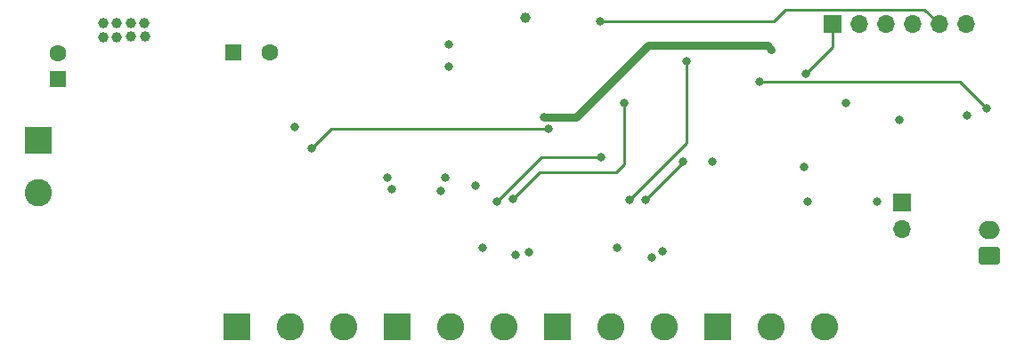
<source format=gbr>
%TF.GenerationSoftware,KiCad,Pcbnew,(6.0.8)*%
%TF.CreationDate,2022-10-05T23:25:23+02:00*%
%TF.ProjectId,DMX_ControllerBoard,444d585f-436f-46e7-9472-6f6c6c657242,rev?*%
%TF.SameCoordinates,Original*%
%TF.FileFunction,Copper,L4,Bot*%
%TF.FilePolarity,Positive*%
%FSLAX46Y46*%
G04 Gerber Fmt 4.6, Leading zero omitted, Abs format (unit mm)*
G04 Created by KiCad (PCBNEW (6.0.8)) date 2022-10-05 23:25:23*
%MOMM*%
%LPD*%
G01*
G04 APERTURE LIST*
G04 Aperture macros list*
%AMRoundRect*
0 Rectangle with rounded corners*
0 $1 Rounding radius*
0 $2 $3 $4 $5 $6 $7 $8 $9 X,Y pos of 4 corners*
0 Add a 4 corners polygon primitive as box body*
4,1,4,$2,$3,$4,$5,$6,$7,$8,$9,$2,$3,0*
0 Add four circle primitives for the rounded corners*
1,1,$1+$1,$2,$3*
1,1,$1+$1,$4,$5*
1,1,$1+$1,$6,$7*
1,1,$1+$1,$8,$9*
0 Add four rect primitives between the rounded corners*
20,1,$1+$1,$2,$3,$4,$5,0*
20,1,$1+$1,$4,$5,$6,$7,0*
20,1,$1+$1,$6,$7,$8,$9,0*
20,1,$1+$1,$8,$9,$2,$3,0*%
G04 Aperture macros list end*
%TA.AperFunction,ComponentPad*%
%ADD10R,1.600000X1.600000*%
%TD*%
%TA.AperFunction,ComponentPad*%
%ADD11C,1.600000*%
%TD*%
%TA.AperFunction,ComponentPad*%
%ADD12R,2.600000X2.600000*%
%TD*%
%TA.AperFunction,ComponentPad*%
%ADD13C,2.600000*%
%TD*%
%TA.AperFunction,ComponentPad*%
%ADD14RoundRect,0.250000X0.750000X-0.600000X0.750000X0.600000X-0.750000X0.600000X-0.750000X-0.600000X0*%
%TD*%
%TA.AperFunction,ComponentPad*%
%ADD15O,2.000000X1.700000*%
%TD*%
%TA.AperFunction,ComponentPad*%
%ADD16R,1.700000X1.700000*%
%TD*%
%TA.AperFunction,ComponentPad*%
%ADD17O,1.700000X1.700000*%
%TD*%
%TA.AperFunction,ViaPad*%
%ADD18C,0.800000*%
%TD*%
%TA.AperFunction,ViaPad*%
%ADD19C,1.000000*%
%TD*%
%TA.AperFunction,Conductor*%
%ADD20C,0.750000*%
%TD*%
%TA.AperFunction,Conductor*%
%ADD21C,0.250000*%
%TD*%
G04 APERTURE END LIST*
D10*
%TO.P,C8,1*%
%TO.N,VCC*%
X27114500Y-27114500D03*
D11*
%TO.P,C8,2*%
%TO.N,GND*%
X27114500Y-24614500D03*
%TD*%
D10*
%TO.P,C12,1*%
%TO.N,+5V*%
X43751500Y-24511000D03*
D11*
%TO.P,C12,2*%
%TO.N,GND*%
X47251500Y-24511000D03*
%TD*%
D12*
%TO.P,J3,1,Pin_1*%
%TO.N,GND*%
X25209500Y-32956500D03*
D13*
%TO.P,J3,2,Pin_2*%
%TO.N,VCC*%
X25209500Y-37956500D03*
%TD*%
D14*
%TO.P,J5,1,Pin_1*%
%TO.N,Net-(J5-Pad1)*%
X115684300Y-43954700D03*
D15*
%TO.P,J5,2,Pin_2*%
%TO.N,Net-(J5-Pad2)*%
X115684300Y-41454700D03*
%TD*%
D12*
%TO.P,J1,1,Pin_1*%
%TO.N,+5V*%
X44069000Y-50736500D03*
D13*
%TO.P,J1,2,Pin_2*%
%TO.N,GND*%
X49149000Y-50736500D03*
%TO.P,J1,3,Pin_3*%
%TO.N,Button1_sense*%
X54229000Y-50736500D03*
%TD*%
D12*
%TO.P,J2,1,Pin_1*%
%TO.N,+5V*%
X59309000Y-50736500D03*
D13*
%TO.P,J2,2,Pin_2*%
%TO.N,GND*%
X64389000Y-50736500D03*
%TO.P,J2,3,Pin_3*%
%TO.N,Button2_sense*%
X69469000Y-50736500D03*
%TD*%
D12*
%TO.P,J4,1,Pin_1*%
%TO.N,+5V*%
X74549000Y-50736500D03*
D13*
%TO.P,J4,2,Pin_2*%
%TO.N,GND*%
X79629000Y-50736500D03*
%TO.P,J4,3,Pin_3*%
%TO.N,Button3_sense*%
X84709000Y-50736500D03*
%TD*%
D12*
%TO.P,J6,1,Pin_1*%
%TO.N,+5V*%
X89789000Y-50736500D03*
D13*
%TO.P,J6,2,Pin_2*%
%TO.N,GND*%
X94869000Y-50736500D03*
%TO.P,J6,3,Pin_3*%
%TO.N,Button4_sense*%
X99949000Y-50736500D03*
%TD*%
D16*
%TO.P,J7,1,Pin_1*%
%TO.N,BOOT_MODE*%
X100711000Y-21844000D03*
D17*
%TO.P,J7,2,Pin_2*%
%TO.N,TXD*%
X103251000Y-21844000D03*
%TO.P,J7,3,Pin_3*%
%TO.N,RXD*%
X105791000Y-21844000D03*
%TO.P,J7,4,Pin_4*%
%TO.N,+3V3*%
X108331000Y-21844000D03*
%TO.P,J7,5,Pin_5*%
%TO.N,RESET*%
X110871000Y-21844000D03*
%TO.P,J7,6,Pin_6*%
%TO.N,GND*%
X113411000Y-21844000D03*
%TD*%
D16*
%TO.P,JP1,1,1*%
%TO.N,Net-(JP1-Pad1)*%
X107340400Y-38862000D03*
D17*
%TO.P,JP1,2,2*%
%TO.N,Net-(J5-Pad1)*%
X107340400Y-41402000D03*
%TD*%
D18*
%TO.N,+3V3*%
X73279000Y-30734000D03*
%TO.N,B4*%
X82931000Y-38608000D03*
X86487000Y-34925000D03*
%TO.N,B3*%
X86868000Y-25400000D03*
X81407000Y-38608000D03*
%TO.N,GND*%
X83566000Y-44069000D03*
%TO.N,+5V*%
X80264000Y-43154000D03*
X84582000Y-43535000D03*
%TO.N,B2*%
X80899000Y-29337000D03*
X70358000Y-38481000D03*
%TO.N,B1*%
X78740000Y-34544000D03*
X68834000Y-38735000D03*
%TO.N,+5V*%
X67437000Y-43180000D03*
%TO.N,GND*%
X70612000Y-43815000D03*
%TO.N,+5V*%
X71882000Y-43561000D03*
%TO.N,GND*%
X102044500Y-29400500D03*
D19*
X32681333Y-21717000D03*
D18*
X113538000Y-30530800D03*
D19*
X34036000Y-23050500D03*
X33993666Y-21717000D03*
D18*
X64262000Y-23749000D03*
X64262000Y-25908000D03*
D19*
X35306000Y-21717000D03*
D18*
X89281000Y-34988500D03*
X58420000Y-36449000D03*
X98374200Y-38798500D03*
X66802000Y-37211000D03*
X49593500Y-31623000D03*
D19*
X71564500Y-21209000D03*
D18*
X98044000Y-35433000D03*
D19*
X35369500Y-23050500D03*
X32702500Y-23114000D03*
X31369000Y-21717000D03*
D18*
X58801000Y-37592000D03*
D19*
X31369000Y-23114000D03*
D18*
%TO.N,RESET*%
X78613000Y-21590000D03*
%TO.N,+3V3*%
X94932500Y-24257000D03*
%TO.N,+5V*%
X63500000Y-37719000D03*
X63881000Y-36449000D03*
X107086400Y-30988000D03*
X104978200Y-38798500D03*
%TO.N,BOOT_MODE*%
X98171000Y-26543000D03*
%TO.N,ERROR_LED*%
X73723500Y-31813500D03*
X51181000Y-33718500D03*
%TO.N,FACTORY_RESET*%
X115366800Y-29870400D03*
X93827600Y-27381200D03*
%TD*%
D20*
%TO.N,+3V3*%
X76327000Y-30734000D02*
X83185000Y-23876000D01*
X73279000Y-30734000D02*
X76327000Y-30734000D01*
X83185000Y-23876000D02*
X94551500Y-23876000D01*
X94551500Y-23876000D02*
X94932500Y-24257000D01*
D21*
%TO.N,B4*%
X82931000Y-38608000D02*
X86487000Y-35052000D01*
X86487000Y-35052000D02*
X86487000Y-34925000D01*
%TO.N,B3*%
X86868000Y-33147000D02*
X86868000Y-25400000D01*
X81407000Y-38608000D02*
X86868000Y-33147000D01*
%TO.N,B2*%
X80899000Y-33782000D02*
X80899000Y-29337000D01*
X72898000Y-35941000D02*
X80137000Y-35941000D01*
X70358000Y-38481000D02*
X72898000Y-35941000D01*
X80899000Y-35179000D02*
X80899000Y-33782000D01*
X80137000Y-35941000D02*
X80899000Y-35179000D01*
%TO.N,B1*%
X73025000Y-34544000D02*
X78740000Y-34544000D01*
X68834000Y-38735000D02*
X73025000Y-34544000D01*
%TO.N,RESET*%
X109474000Y-20447000D02*
X109347000Y-20447000D01*
X95123000Y-21590000D02*
X78613000Y-21590000D01*
X96266000Y-20447000D02*
X95123000Y-21590000D01*
X110871000Y-21844000D02*
X109474000Y-20447000D01*
X109347000Y-20447000D02*
X96266000Y-20447000D01*
%TO.N,BOOT_MODE*%
X98171000Y-26543000D02*
X100711000Y-24003000D01*
X100711000Y-24003000D02*
X100711000Y-21844000D01*
%TO.N,ERROR_LED*%
X53086000Y-31813500D02*
X73723500Y-31813500D01*
X51181000Y-33718500D02*
X53086000Y-31813500D01*
%TO.N,FACTORY_RESET*%
X93827600Y-27381200D02*
X112877600Y-27381200D01*
X112877600Y-27381200D02*
X115366800Y-29870400D01*
%TD*%
M02*

</source>
